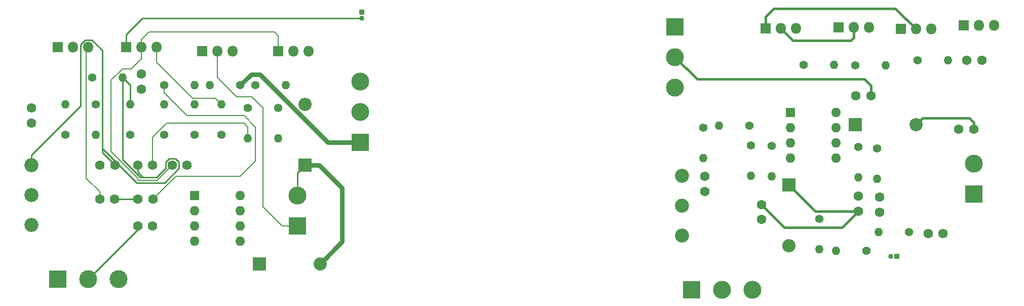
<source format=gbr>
%TF.GenerationSoftware,KiCad,Pcbnew,(5.1.6)-1*%
%TF.CreationDate,2020-07-12T13:26:09+05:30*%
%TF.ProjectId,original,6f726967-696e-4616-9c2e-6b696361645f,rev?*%
%TF.SameCoordinates,Original*%
%TF.FileFunction,Copper,L1,Top*%
%TF.FilePolarity,Positive*%
%FSLAX46Y46*%
G04 Gerber Fmt 4.6, Leading zero omitted, Abs format (unit mm)*
G04 Created by KiCad (PCBNEW (5.1.6)-1) date 2020-07-12 13:26:09*
%MOMM*%
%LPD*%
G01*
G04 APERTURE LIST*
%TA.AperFunction,ComponentPad*%
%ADD10C,3.000000*%
%TD*%
%TA.AperFunction,ComponentPad*%
%ADD11R,3.000000X3.000000*%
%TD*%
%TA.AperFunction,ComponentPad*%
%ADD12O,1.400000X1.400000*%
%TD*%
%TA.AperFunction,ComponentPad*%
%ADD13C,1.400000*%
%TD*%
%TA.AperFunction,ComponentPad*%
%ADD14O,1.600000X1.600000*%
%TD*%
%TA.AperFunction,ComponentPad*%
%ADD15R,1.600000X1.600000*%
%TD*%
%TA.AperFunction,ComponentPad*%
%ADD16C,2.340000*%
%TD*%
%TA.AperFunction,ComponentPad*%
%ADD17R,1.800000X1.800000*%
%TD*%
%TA.AperFunction,ComponentPad*%
%ADD18O,1.800000X1.800000*%
%TD*%
%TA.AperFunction,ComponentPad*%
%ADD19O,2.200000X2.200000*%
%TD*%
%TA.AperFunction,ComponentPad*%
%ADD20R,2.200000X2.200000*%
%TD*%
%TA.AperFunction,ComponentPad*%
%ADD21C,1.600000*%
%TD*%
%TA.AperFunction,ComponentPad*%
%ADD22R,0.850000X0.850000*%
%TD*%
%TA.AperFunction,ComponentPad*%
%ADD23O,0.850000X0.850000*%
%TD*%
%TA.AperFunction,Conductor*%
%ADD24C,0.250000*%
%TD*%
%TA.AperFunction,Conductor*%
%ADD25C,0.800000*%
%TD*%
%TA.AperFunction,Conductor*%
%ADD26C,0.400000*%
%TD*%
%TA.AperFunction,Conductor*%
%ADD27C,0.200000*%
%TD*%
G04 APERTURE END LIST*
D10*
%TO.P,J1,3*%
%TO.N,Net-(J1-Pad3)*%
X58166000Y-94234000D03*
%TO.P,J1,2*%
%TO.N,GND*%
X53086000Y-94234000D03*
D11*
%TO.P,J1,1*%
%TO.N,Net-(J1-Pad1)*%
X48006000Y-94234000D03*
%TD*%
D12*
%TO.P,R12,2*%
%TO.N,Net-(C7-Pad1)*%
X86106000Y-61849000D03*
D13*
%TO.P,R12,1*%
%TO.N,Net-(Q1-Pad2)*%
X81026000Y-61849000D03*
%TD*%
D14*
%TO.P,U1,8*%
%TO.N,Net-(U1-Pad8)*%
X78486000Y-80264000D03*
%TO.P,U1,4*%
%TO.N,Net-(C3-Pad2)*%
X70866000Y-87884000D03*
%TO.P,U1,7*%
%TO.N,Net-(C4-Pad1)*%
X78486000Y-82804000D03*
%TO.P,U1,3*%
%TO.N,Net-(R3-Pad1)*%
X70866000Y-85344000D03*
%TO.P,U1,6*%
%TO.N,Net-(R5-Pad1)*%
X78486000Y-85344000D03*
%TO.P,U1,2*%
%TO.N,Net-(R2-Pad1)*%
X70866000Y-82804000D03*
%TO.P,U1,5*%
%TO.N,Net-(U1-Pad5)*%
X78486000Y-87884000D03*
D15*
%TO.P,U1,1*%
%TO.N,Net-(U1-Pad1)*%
X70866000Y-80264000D03*
%TD*%
D16*
%TO.P,RV1,1*%
%TO.N,GND*%
X43561000Y-75184000D03*
%TO.P,RV1,2*%
%TO.N,Net-(C2-Pad2)*%
X43561000Y-80184000D03*
%TO.P,RV1,3*%
%TO.N,Net-(J1-Pad1)*%
X43561000Y-85184000D03*
%TD*%
D12*
%TO.P,R11,2*%
%TO.N,GND*%
X58801000Y-60579000D03*
D13*
%TO.P,R11,1*%
%TO.N,Net-(C8-Pad2)*%
X53721000Y-60579000D03*
%TD*%
D12*
%TO.P,R10,2*%
%TO.N,Net-(C4-Pad1)*%
X73406000Y-61849000D03*
D13*
%TO.P,R10,1*%
%TO.N,VCC*%
X78486000Y-61849000D03*
%TD*%
D12*
%TO.P,R9,2*%
%TO.N,Net-(C3-Pad2)*%
X84836000Y-70739000D03*
D13*
%TO.P,R9,1*%
%TO.N,VEE*%
X84836000Y-65659000D03*
%TD*%
D12*
%TO.P,R8,2*%
%TO.N,Net-(C5-Pad1)*%
X70866000Y-61849000D03*
D13*
%TO.P,R8,1*%
%TO.N,Net-(C4-Pad1)*%
X65786000Y-61849000D03*
%TD*%
D12*
%TO.P,R7,2*%
%TO.N,Net-(C3-Pad2)*%
X79756000Y-70739000D03*
D13*
%TO.P,R7,1*%
%TO.N,Net-(C6-Pad2)*%
X79756000Y-65659000D03*
%TD*%
D12*
%TO.P,R6,2*%
%TO.N,Net-(C6-Pad2)*%
X75311000Y-65024000D03*
D13*
%TO.P,R6,1*%
%TO.N,Net-(R5-Pad1)*%
X75311000Y-70104000D03*
%TD*%
D12*
%TO.P,R5,2*%
%TO.N,Net-(C5-Pad1)*%
X70866000Y-65024000D03*
D13*
%TO.P,R5,1*%
%TO.N,Net-(R5-Pad1)*%
X70866000Y-70104000D03*
%TD*%
D12*
%TO.P,R4,2*%
%TO.N,Net-(C8-Pad1)*%
X65786000Y-65024000D03*
D13*
%TO.P,R4,1*%
%TO.N,Net-(R2-Pad1)*%
X65786000Y-70104000D03*
%TD*%
D12*
%TO.P,R3,2*%
%TO.N,GND*%
X60071000Y-65024000D03*
D13*
%TO.P,R3,1*%
%TO.N,Net-(R3-Pad1)*%
X60071000Y-70104000D03*
%TD*%
D12*
%TO.P,R2,2*%
%TO.N,Net-(C1-Pad2)*%
X54356000Y-70104000D03*
D13*
%TO.P,R2,1*%
%TO.N,Net-(R2-Pad1)*%
X54356000Y-65024000D03*
%TD*%
D12*
%TO.P,R1,2*%
%TO.N,Net-(C2-Pad1)*%
X49276000Y-65024000D03*
D13*
%TO.P,R1,1*%
%TO.N,Net-(C1-Pad2)*%
X49276000Y-70104000D03*
%TD*%
D17*
%TO.P,Q4,1*%
%TO.N,Net-(C7-Pad2)*%
X84836000Y-56134000D03*
D18*
%TO.P,Q4,2*%
%TO.N,Net-(C8-Pad1)*%
X87376000Y-56134000D03*
%TO.P,Q4,3*%
%TO.N,VEE*%
X89916000Y-56134000D03*
%TD*%
D17*
%TO.P,Q3,1*%
%TO.N,Net-(Q1-Pad2)*%
X72136000Y-56134000D03*
D18*
%TO.P,Q3,2*%
%TO.N,Net-(C8-Pad1)*%
X74676000Y-56134000D03*
%TO.P,Q3,3*%
%TO.N,VCC*%
X77216000Y-56134000D03*
%TD*%
D17*
%TO.P,Q2,1*%
%TO.N,Net-(C8-Pad2)*%
X59436000Y-55499000D03*
D18*
%TO.P,Q2,2*%
%TO.N,Net-(C7-Pad2)*%
X61976000Y-55499000D03*
%TO.P,Q2,3*%
%TO.N,Net-(C6-Pad2)*%
X64516000Y-55499000D03*
%TD*%
D17*
%TO.P,Q1,1*%
%TO.N,Net-(C8-Pad2)*%
X48006000Y-55499000D03*
D18*
%TO.P,Q1,2*%
%TO.N,Net-(Q1-Pad2)*%
X50546000Y-55499000D03*
%TO.P,Q1,3*%
%TO.N,Net-(C5-Pad1)*%
X53086000Y-55499000D03*
%TD*%
D10*
%TO.P,J2,2*%
%TO.N,GND*%
X88011000Y-80264000D03*
D11*
%TO.P,J2,1*%
%TO.N,Net-(C8-Pad1)*%
X88011000Y-85344000D03*
%TD*%
D19*
%TO.P,D2,2*%
%TO.N,GND*%
X91821000Y-91694000D03*
D20*
%TO.P,D2,1*%
%TO.N,Net-(C4-Pad1)*%
X81661000Y-91694000D03*
%TD*%
D19*
%TO.P,D1,2*%
%TO.N,Net-(C3-Pad2)*%
X89281000Y-65024000D03*
D20*
%TO.P,D1,1*%
%TO.N,GND*%
X89281000Y-75184000D03*
%TD*%
D21*
%TO.P,C8,2*%
%TO.N,Net-(C8-Pad2)*%
X61976000Y-59984000D03*
%TO.P,C8,1*%
%TO.N,Net-(C8-Pad1)*%
X61976000Y-62484000D03*
%TD*%
%TO.P,C7,2*%
%TO.N,Net-(C7-Pad2)*%
X67096000Y-75184000D03*
%TO.P,C7,1*%
%TO.N,Net-(C7-Pad1)*%
X69596000Y-75184000D03*
%TD*%
%TO.P,C6,2*%
%TO.N,Net-(C6-Pad2)*%
X63841000Y-85344000D03*
%TO.P,C6,1*%
%TO.N,GND*%
X61341000Y-85344000D03*
%TD*%
%TO.P,C5,2*%
%TO.N,GND*%
X57491000Y-80899000D03*
%TO.P,C5,1*%
%TO.N,Net-(C5-Pad1)*%
X54991000Y-80899000D03*
%TD*%
%TO.P,C4,2*%
%TO.N,GND*%
X61381000Y-80899000D03*
%TO.P,C4,1*%
%TO.N,Net-(C4-Pad1)*%
X63881000Y-80899000D03*
%TD*%
%TO.P,C3,2*%
%TO.N,Net-(C3-Pad2)*%
X63841000Y-75184000D03*
%TO.P,C3,1*%
%TO.N,GND*%
X61341000Y-75184000D03*
%TD*%
%TO.P,C2,2*%
%TO.N,Net-(C2-Pad2)*%
X43561000Y-68159000D03*
%TO.P,C2,1*%
%TO.N,Net-(C2-Pad1)*%
X43561000Y-65659000D03*
%TD*%
%TO.P,C1,2*%
%TO.N,Net-(C1-Pad2)*%
X55031000Y-75184000D03*
%TO.P,C1,1*%
%TO.N,GND*%
X57531000Y-75184000D03*
%TD*%
D11*
%TO.P,J4,1*%
%TO.N,VCC*%
X98552000Y-71374000D03*
D10*
%TO.P,J4,2*%
%TO.N,GND*%
X98552000Y-66294000D03*
%TO.P,J4,3*%
%TO.N,VEE*%
X98552000Y-61214000D03*
%TD*%
D22*
%TO.P,J3,1*%
%TO.N,GND*%
X98806000Y-49657000D03*
D23*
%TO.P,J3,2*%
%TO.N,Net-(C8-Pad2)*%
X98806000Y-50657000D03*
%TD*%
D21*
%TO.P,C9,2*%
%TO.N,Net-(C9-Pad2)*%
X198541000Y-69215000D03*
%TO.P,C9,1*%
%TO.N,GND*%
X201041000Y-69215000D03*
%TD*%
%TO.P,C10,1*%
%TO.N,Net-(C10-Pad1)*%
X156083000Y-77089000D03*
%TO.P,C10,2*%
%TO.N,Net-(C10-Pad2)*%
X156083000Y-79589000D03*
%TD*%
%TO.P,C11,1*%
%TO.N,GND*%
X165608000Y-81788000D03*
%TO.P,C11,2*%
%TO.N,Net-(C11-Pad2)*%
X165608000Y-84288000D03*
%TD*%
%TO.P,C12,2*%
%TO.N,GND*%
X183856000Y-63627000D03*
%TO.P,C12,1*%
%TO.N,Net-(C12-Pad1)*%
X181356000Y-63627000D03*
%TD*%
%TO.P,C13,1*%
%TO.N,Net-(C13-Pad1)*%
X181737000Y-80391000D03*
%TO.P,C13,2*%
%TO.N,GND*%
X181737000Y-82891000D03*
%TD*%
%TO.P,C14,2*%
%TO.N,Net-(C14-Pad2)*%
X185293000Y-80558000D03*
%TO.P,C14,1*%
%TO.N,GND*%
X185293000Y-83058000D03*
%TD*%
%TO.P,C15,2*%
%TO.N,Net-(C15-Pad2)*%
X202398000Y-57658000D03*
%TO.P,C15,1*%
%TO.N,Net-(C15-Pad1)*%
X199898000Y-57658000D03*
%TD*%
%TO.P,C16,1*%
%TO.N,Net-(C16-Pad1)*%
X193421000Y-86614000D03*
%TO.P,C16,2*%
%TO.N,Net-(C16-Pad2)*%
X195921000Y-86614000D03*
%TD*%
D20*
%TO.P,D3,1*%
%TO.N,GND*%
X170180000Y-78486000D03*
D19*
%TO.P,D3,2*%
%TO.N,Net-(C11-Pad2)*%
X170180000Y-88646000D03*
%TD*%
%TO.P,D4,2*%
%TO.N,GND*%
X191389000Y-68453000D03*
D20*
%TO.P,D4,1*%
%TO.N,Net-(C12-Pad1)*%
X181229000Y-68453000D03*
%TD*%
D11*
%TO.P,J5,1*%
%TO.N,Net-(J5-Pad1)*%
X153924000Y-96012000D03*
D10*
%TO.P,J5,2*%
%TO.N,GND*%
X159004000Y-96012000D03*
%TO.P,J5,3*%
%TO.N,Net-(J5-Pad3)*%
X164084000Y-96012000D03*
%TD*%
D22*
%TO.P,J6,1*%
%TO.N,GND*%
X188198000Y-90424000D03*
D23*
%TO.P,J6,2*%
%TO.N,Net-(C16-Pad2)*%
X187198000Y-90424000D03*
%TD*%
D11*
%TO.P,J7,1*%
%TO.N,Net-(C16-Pad1)*%
X201041000Y-80010000D03*
D10*
%TO.P,J7,2*%
%TO.N,GND*%
X201041000Y-74930000D03*
%TD*%
%TO.P,J8,3*%
%TO.N,VEE*%
X151130000Y-62230000D03*
%TO.P,J8,2*%
%TO.N,GND*%
X151130000Y-57150000D03*
D11*
%TO.P,J8,1*%
%TO.N,VCC*%
X151130000Y-52070000D03*
%TD*%
D18*
%TO.P,Q5,3*%
%TO.N,Net-(C13-Pad1)*%
X193929000Y-52451000D03*
%TO.P,Q5,2*%
%TO.N,Net-(Q5-Pad2)*%
X191389000Y-52451000D03*
D17*
%TO.P,Q5,1*%
%TO.N,Net-(C16-Pad2)*%
X188849000Y-52451000D03*
%TD*%
%TO.P,Q6,1*%
%TO.N,Net-(C16-Pad2)*%
X199390000Y-51816000D03*
D18*
%TO.P,Q6,2*%
%TO.N,Net-(C15-Pad2)*%
X201930000Y-51816000D03*
%TO.P,Q6,3*%
%TO.N,Net-(C14-Pad2)*%
X204470000Y-51816000D03*
%TD*%
D17*
%TO.P,Q7,1*%
%TO.N,Net-(Q5-Pad2)*%
X166243000Y-52324000D03*
D18*
%TO.P,Q7,2*%
%TO.N,Net-(C16-Pad1)*%
X168783000Y-52324000D03*
%TO.P,Q7,3*%
%TO.N,VCC*%
X171323000Y-52324000D03*
%TD*%
%TO.P,Q8,3*%
%TO.N,VEE*%
X183515000Y-52197000D03*
%TO.P,Q8,2*%
%TO.N,Net-(C16-Pad1)*%
X180975000Y-52197000D03*
D17*
%TO.P,Q8,1*%
%TO.N,Net-(C15-Pad2)*%
X178435000Y-52197000D03*
%TD*%
D12*
%TO.P,R13,2*%
%TO.N,Net-(C10-Pad1)*%
X155829000Y-74041000D03*
D13*
%TO.P,R13,1*%
%TO.N,Net-(C9-Pad2)*%
X155829000Y-68961000D03*
%TD*%
%TO.P,R14,1*%
%TO.N,Net-(R14-Pad1)*%
X163576000Y-68580000D03*
D12*
%TO.P,R14,2*%
%TO.N,Net-(C9-Pad2)*%
X158496000Y-68580000D03*
%TD*%
D13*
%TO.P,R15,1*%
%TO.N,Net-(R15-Pad1)*%
X167259000Y-72009000D03*
D12*
%TO.P,R15,2*%
%TO.N,GND*%
X167259000Y-77089000D03*
%TD*%
%TO.P,R16,2*%
%TO.N,Net-(C16-Pad1)*%
X163830000Y-76962000D03*
D13*
%TO.P,R16,1*%
%TO.N,Net-(R14-Pad1)*%
X163830000Y-71882000D03*
%TD*%
D12*
%TO.P,R17,2*%
%TO.N,Net-(C13-Pad1)*%
X181737000Y-77216000D03*
D13*
%TO.P,R17,1*%
%TO.N,Net-(R17-Pad1)*%
X181737000Y-72136000D03*
%TD*%
%TO.P,R18,1*%
%TO.N,Net-(R17-Pad1)*%
X184912000Y-72390000D03*
D12*
%TO.P,R18,2*%
%TO.N,Net-(C14-Pad2)*%
X184912000Y-77470000D03*
%TD*%
D13*
%TO.P,R19,1*%
%TO.N,Net-(C14-Pad2)*%
X175260000Y-84201000D03*
D12*
%TO.P,R19,2*%
%TO.N,Net-(C11-Pad2)*%
X175260000Y-89281000D03*
%TD*%
%TO.P,R20,2*%
%TO.N,Net-(C13-Pad1)*%
X186309000Y-58547000D03*
D13*
%TO.P,R20,1*%
%TO.N,Net-(C12-Pad1)*%
X181229000Y-58547000D03*
%TD*%
D12*
%TO.P,R21,2*%
%TO.N,Net-(C11-Pad2)*%
X178054000Y-89535000D03*
D13*
%TO.P,R21,1*%
%TO.N,VEE*%
X183134000Y-89535000D03*
%TD*%
%TO.P,R22,1*%
%TO.N,VCC*%
X172593000Y-58420000D03*
D12*
%TO.P,R22,2*%
%TO.N,Net-(C12-Pad1)*%
X177673000Y-58420000D03*
%TD*%
D13*
%TO.P,R23,1*%
%TO.N,Net-(C16-Pad2)*%
X190246000Y-86360000D03*
D12*
%TO.P,R23,2*%
%TO.N,GND*%
X185166000Y-86360000D03*
%TD*%
%TO.P,R24,2*%
%TO.N,Net-(C15-Pad1)*%
X196723000Y-57658000D03*
D13*
%TO.P,R24,1*%
%TO.N,Net-(Q5-Pad2)*%
X191643000Y-57658000D03*
%TD*%
D16*
%TO.P,RV2,3*%
%TO.N,Net-(J5-Pad1)*%
X152273000Y-86962000D03*
%TO.P,RV2,2*%
%TO.N,Net-(C10-Pad2)*%
X152273000Y-81962000D03*
%TO.P,RV2,1*%
%TO.N,GND*%
X152273000Y-76962000D03*
%TD*%
D15*
%TO.P,U2,1*%
%TO.N,Net-(U2-Pad1)*%
X170434000Y-66421000D03*
D14*
%TO.P,U2,5*%
%TO.N,Net-(U2-Pad5)*%
X178054000Y-74041000D03*
%TO.P,U2,2*%
%TO.N,Net-(R14-Pad1)*%
X170434000Y-68961000D03*
%TO.P,U2,6*%
%TO.N,Net-(R17-Pad1)*%
X178054000Y-71501000D03*
%TO.P,U2,3*%
%TO.N,Net-(R15-Pad1)*%
X170434000Y-71501000D03*
%TO.P,U2,7*%
%TO.N,Net-(C12-Pad1)*%
X178054000Y-68961000D03*
%TO.P,U2,4*%
%TO.N,Net-(C11-Pad2)*%
X170434000Y-74041000D03*
%TO.P,U2,8*%
%TO.N,Net-(U2-Pad8)*%
X178054000Y-66421000D03*
%TD*%
D24*
%TO.N,GND*%
X57491000Y-80899000D02*
X61381000Y-80899000D01*
X61341000Y-85979000D02*
X61341000Y-85344000D01*
X53086000Y-94234000D02*
X61341000Y-85979000D01*
X60071000Y-61849000D02*
X58801000Y-60579000D01*
X60071000Y-65024000D02*
X60071000Y-61849000D01*
X43561000Y-73529371D02*
X43561000Y-75184000D01*
X51771001Y-65319370D02*
X43561000Y-73529371D01*
X53674001Y-54273999D02*
X52497999Y-54273999D01*
X51771001Y-55000997D02*
X51771001Y-65319370D01*
X55381001Y-55980999D02*
X53674001Y-54273999D01*
X52497999Y-54273999D02*
X51771001Y-55000997D01*
X55381001Y-73034001D02*
X55381001Y-71764001D01*
X57531000Y-75184000D02*
X55381001Y-73034001D01*
X55381001Y-71764001D02*
X55381001Y-55980999D01*
X58801000Y-74224944D02*
X58801000Y-60579000D01*
X65970999Y-75707947D02*
X64488992Y-77189954D01*
X66555999Y-74058999D02*
X65970999Y-74643999D01*
X67636001Y-74058999D02*
X66555999Y-74058999D01*
X68221001Y-74643999D02*
X67636001Y-74058999D01*
X68221001Y-75724001D02*
X68221001Y-74643999D01*
X65970999Y-74643999D02*
X65970999Y-75707947D01*
X65795992Y-78149010D02*
X68221001Y-75724001D01*
X61164956Y-78149010D02*
X65795992Y-78149010D01*
X61766010Y-77189954D02*
X58801000Y-74224944D01*
X55381001Y-72365055D02*
X61164956Y-78149010D01*
X55381001Y-55980999D02*
X55381001Y-72365055D01*
X88011000Y-76454000D02*
X89281000Y-75184000D01*
X88011000Y-80264000D02*
X88011000Y-76454000D01*
D25*
X89281000Y-75184000D02*
X91694000Y-75184000D01*
X91694000Y-75184000D02*
X95504000Y-78994000D01*
X95504000Y-88011000D02*
X91821000Y-91694000D01*
X95504000Y-78994000D02*
X95504000Y-88011000D01*
D24*
X61341000Y-76327000D02*
X62203954Y-77189954D01*
X61341000Y-75184000D02*
X61341000Y-76327000D01*
X64488992Y-77189954D02*
X62203954Y-77189954D01*
X62203954Y-77189954D02*
X61766010Y-77189954D01*
D26*
X192488999Y-67353001D02*
X200322001Y-67353001D01*
X191389000Y-68453000D02*
X192488999Y-67353001D01*
X201041000Y-68072000D02*
X201041000Y-69215000D01*
X200322001Y-67353001D02*
X201041000Y-68072000D01*
X174585000Y-82891000D02*
X170180000Y-78486000D01*
X181737000Y-82891000D02*
X174585000Y-82891000D01*
X165608000Y-81788000D02*
X169418000Y-85598000D01*
X179030000Y-85598000D02*
X181737000Y-82891000D01*
X169418000Y-85598000D02*
X179030000Y-85598000D01*
X151130000Y-57150000D02*
X154813000Y-60833000D01*
X154813000Y-60833000D02*
X182753000Y-60833000D01*
X183856000Y-61936000D02*
X183856000Y-63627000D01*
X182753000Y-60833000D02*
X183856000Y-61936000D01*
D27*
%TO.N,Net-(C3-Pad2)*%
X63841000Y-70568998D02*
X66210998Y-68199000D01*
X63841000Y-75184000D02*
X63841000Y-70568998D01*
X66210998Y-68199000D02*
X79121000Y-68199000D01*
X79756000Y-68834000D02*
X79756000Y-70739000D01*
X79121000Y-68199000D02*
X79756000Y-68834000D01*
%TO.N,Net-(C4-Pad1)*%
X63881000Y-80899000D02*
X67691000Y-77089000D01*
X67691000Y-77089000D02*
X78486000Y-77089000D01*
X78486000Y-77089000D02*
X81026000Y-74549000D01*
X81026000Y-74549000D02*
X81026000Y-68834000D01*
X81026000Y-68834000D02*
X79121000Y-66929000D01*
X79121000Y-66929000D02*
X69596000Y-66929000D01*
X65786000Y-63119000D02*
X65786000Y-61849000D01*
X69596000Y-66929000D02*
X65786000Y-63119000D01*
%TO.N,Net-(C5-Pad1)*%
X54991000Y-80899000D02*
X54991000Y-79629000D01*
X52720999Y-55864001D02*
X53086000Y-55499000D01*
X52720999Y-77358999D02*
X52720999Y-55864001D01*
X54991000Y-79629000D02*
X52720999Y-77358999D01*
%TO.N,Net-(C6-Pad2)*%
X74310999Y-64023999D02*
X70500999Y-64023999D01*
X75311000Y-65024000D02*
X74310999Y-64023999D01*
X64516000Y-58039000D02*
X64516000Y-55499000D01*
X70500999Y-64023999D02*
X64516000Y-58039000D01*
%TO.N,Net-(C7-Pad2)*%
X67096000Y-75184000D02*
X64556000Y-77724000D01*
X64556000Y-77724000D02*
X61341000Y-77724000D01*
X61341000Y-77365998D02*
X56896000Y-72920998D01*
X61341000Y-77724000D02*
X61341000Y-77365998D01*
X56896000Y-61003998D02*
X58801000Y-59098998D01*
X56896000Y-72920998D02*
X56896000Y-61003998D01*
X58801000Y-59098998D02*
X60281002Y-59098998D01*
X61976000Y-57404000D02*
X61976000Y-55499000D01*
X60281002Y-59098998D02*
X61976000Y-57404000D01*
X84836000Y-56134000D02*
X84836000Y-53594000D01*
X84836000Y-53594000D02*
X84201000Y-52959000D01*
X84201000Y-52959000D02*
X63246000Y-52959000D01*
X61976000Y-54229000D02*
X61976000Y-55499000D01*
X63246000Y-52959000D02*
X61976000Y-54229000D01*
D24*
%TO.N,Net-(C8-Pad2)*%
X59436000Y-55499000D02*
X59436000Y-53340000D01*
X62119000Y-50657000D02*
X98806000Y-50657000D01*
X59436000Y-53340000D02*
X62119000Y-50657000D01*
D27*
%TO.N,Net-(C8-Pad1)*%
X88011000Y-85344000D02*
X85471000Y-85344000D01*
X85471000Y-85344000D02*
X82296000Y-82169000D01*
X82296000Y-82169000D02*
X82296000Y-65659000D01*
X82296000Y-65659000D02*
X80391000Y-63754000D01*
X80391000Y-63754000D02*
X77851000Y-63754000D01*
X74676000Y-60579000D02*
X74676000Y-56134000D01*
X77851000Y-63754000D02*
X74676000Y-60579000D01*
D25*
%TO.N,VCC*%
X80287998Y-60047002D02*
X78486000Y-61849000D01*
X81788000Y-60047002D02*
X80287998Y-60047002D01*
X98552000Y-71374000D02*
X93114998Y-71374000D01*
X93114998Y-71374000D02*
X81788000Y-60047002D01*
D26*
%TO.N,Net-(C16-Pad1)*%
X168783000Y-52324000D02*
X170815000Y-54356000D01*
X170815000Y-54356000D02*
X180467000Y-54356000D01*
X180975000Y-53848000D02*
X180975000Y-52197000D01*
X180467000Y-54356000D02*
X180975000Y-53848000D01*
%TO.N,Net-(Q5-Pad2)*%
X191389000Y-52451000D02*
X187960000Y-49022000D01*
X187960000Y-49022000D02*
X167640000Y-49022000D01*
X166243000Y-50419000D02*
X166243000Y-52324000D01*
X167640000Y-49022000D02*
X166243000Y-50419000D01*
%TD*%
M02*

</source>
